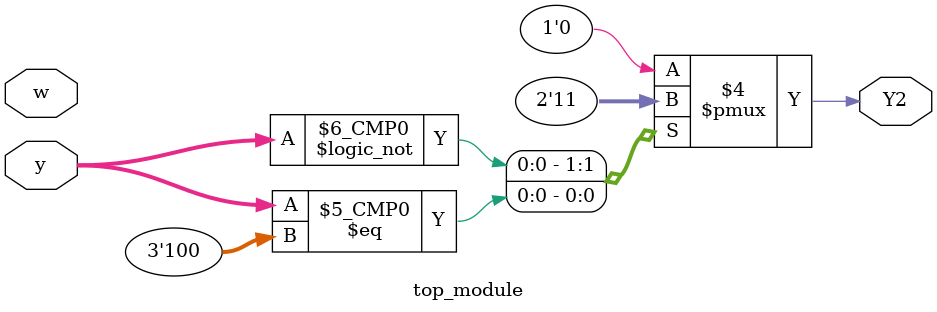
<source format=sv>
module top_module(
    input [3:1] y,
    input w,
    output reg Y2);
    
    always @(y or w) begin
        case(y)
            3'b000: Y2 = 1'b1;
            3'b001: Y2 = 1'b0;
            3'b010: Y2 = 1'b0;
            3'b011: Y2 = 1'b0;
            3'b100: Y2 = 1'b1;
            3'b101: Y2 = 1'b0;
            default: Y2 = 1'b0;
        endcase
    end
    
endmodule

</source>
